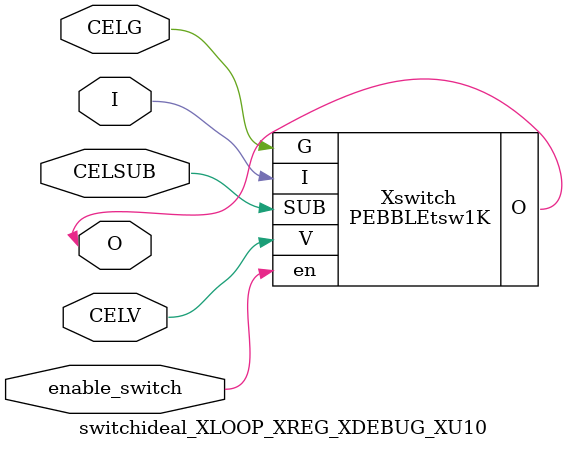
<source format=v>



module PEBBLEtsw1K ( O, G, I, SUB, V, en );

  input V;
  input en;
  input I;
  input G;
  input SUB;
  inout O;
endmodule

//Celera Confidential Do Not Copy switchideal_XLOOP_XREG_XDEBUG_XU10
//Celera Confidential Symbol Generator
//1000 Ohm tswitchSwitch
module switchideal_XLOOP_XREG_XDEBUG_XU10 (CELV,O,I,enable_switch,CELG,CELSUB);
input CELV;
input I;
input enable_switch;
inout O;
input CELG;
input CELSUB;

//Celera Confidential Do Not Copy PEBBLEtsw1K
PEBBLEtsw1K Xswitch(
.V (CELV),
.I (I),
.O (O),
.en (enable_switch),
.SUB (CELSUB),
.G (CELG)
);
//,diesize,PEBBLEtsw1K

//Celera Confidential Do Not Copy Module End
//Celera Schematic Generator
endmodule

</source>
